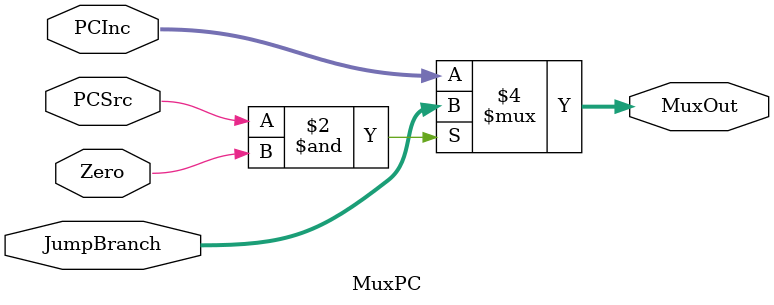
<source format=v>
module MuxPC (PCInc, JumpBranch, PCSrc, Zero, MuxOut);

	input [31:0] PCInc, JumpBranch;
	input PCSrc, Zero;
	output reg [31:0] MuxOut;
	
	always @ (*)
		begin
			if (PCSrc & Zero)
				MuxOut <= JumpBranch;
			else
				MuxOut <= PCInc;
		end
		
endmodule 
</source>
